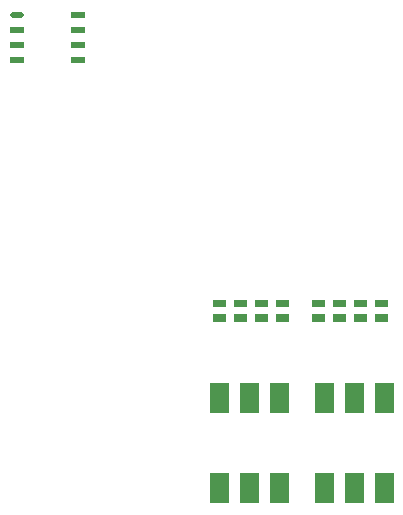
<source format=gbr>
G04 start of page 13 for group -4015 idx -4015
G04 Title: TX Daughterboard, toppaste *
G04 Creator: pcb 20070208 *
G04 CreationDate: Mon Dec 24 21:52:14 2007 UTC *
G04 For: matt *
G04 Format: Gerber/RS-274X *
G04 PCB-Dimensions: 275000 250000 *
G04 PCB-Coordinate-Origin: lower left *
%MOIN*%
%FSLAX24Y24*%
%LNFRONTPASTE*%
%ADD20C,0.0200*%
%ADD21R,0.0200X0.0200*%
%ADD22R,0.0240X0.0240*%
%ADD23R,0.0650X0.0650*%
G54D20*X10410Y21250D02*X10690D01*
G54D21*X10410Y20750D02*X10690D01*
X10410Y20250D02*X10690D01*
X10410Y19750D02*X10690D01*
X12450D02*X12730D01*
X12450Y20250D02*X12730D01*
X12450Y20750D02*X12730D01*
X12450Y21250D02*X12730D01*
G54D22*X22610Y11160D02*X22790D01*
X22610Y11640D02*X22790D01*
G54D23*X17300Y5680D02*Y5330D01*
X18300Y5680D02*Y5330D01*
X19300Y5680D02*Y5330D01*
Y8670D02*Y8320D01*
X18300Y8670D02*Y8320D01*
X17300Y8670D02*Y8320D01*
G54D22*X21210Y11160D02*X21390D01*
X21210Y11640D02*X21390D01*
X20510Y11160D02*X20690D01*
X20510Y11640D02*X20690D01*
X19310Y11160D02*X19490D01*
X19310Y11640D02*X19490D01*
X17910Y11160D02*X18090D01*
X17910Y11640D02*X18090D01*
X17210Y11160D02*X17390D01*
X17210Y11640D02*X17390D01*
X18610Y11160D02*X18790D01*
X18610Y11640D02*X18790D01*
G54D23*X20800Y5680D02*Y5330D01*
X21800Y5680D02*Y5330D01*
X22800Y5680D02*Y5330D01*
Y8670D02*Y8320D01*
X21800Y8670D02*Y8320D01*
X20800Y8670D02*Y8320D01*
G54D22*X21910Y11160D02*X22090D01*
X21910Y11640D02*X22090D01*
M02*

</source>
